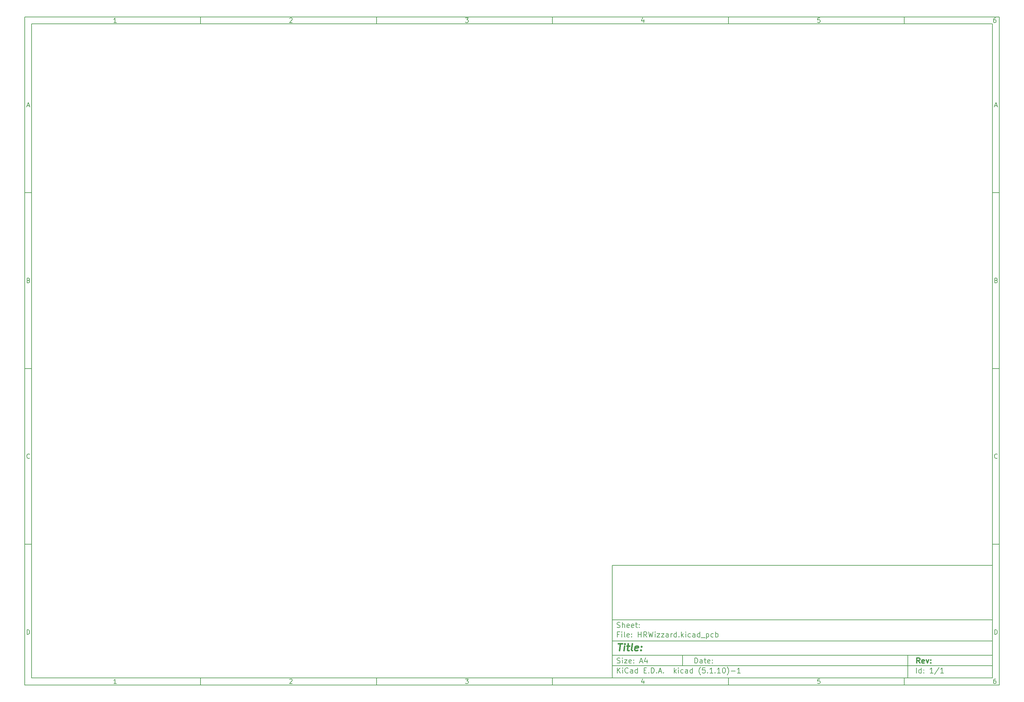
<source format=gbr>
%TF.GenerationSoftware,KiCad,Pcbnew,(5.1.10)-1*%
%TF.CreationDate,2021-11-12T12:38:22+01:00*%
%TF.ProjectId,HRWizzard,48525769-7a7a-4617-9264-2e6b69636164,rev?*%
%TF.SameCoordinates,Original*%
%TF.FileFunction,Legend,Bot*%
%TF.FilePolarity,Positive*%
%FSLAX46Y46*%
G04 Gerber Fmt 4.6, Leading zero omitted, Abs format (unit mm)*
G04 Created by KiCad (PCBNEW (5.1.10)-1) date 2021-11-12 12:38:22*
%MOMM*%
%LPD*%
G01*
G04 APERTURE LIST*
%ADD10C,0.100000*%
%ADD11C,0.150000*%
%ADD12C,0.300000*%
%ADD13C,0.400000*%
G04 APERTURE END LIST*
D10*
D11*
X177002200Y-166007200D02*
X177002200Y-198007200D01*
X285002200Y-198007200D01*
X285002200Y-166007200D01*
X177002200Y-166007200D01*
D10*
D11*
X10000000Y-10000000D02*
X10000000Y-200007200D01*
X287002200Y-200007200D01*
X287002200Y-10000000D01*
X10000000Y-10000000D01*
D10*
D11*
X12000000Y-12000000D02*
X12000000Y-198007200D01*
X285002200Y-198007200D01*
X285002200Y-12000000D01*
X12000000Y-12000000D01*
D10*
D11*
X60000000Y-12000000D02*
X60000000Y-10000000D01*
D10*
D11*
X110000000Y-12000000D02*
X110000000Y-10000000D01*
D10*
D11*
X160000000Y-12000000D02*
X160000000Y-10000000D01*
D10*
D11*
X210000000Y-12000000D02*
X210000000Y-10000000D01*
D10*
D11*
X260000000Y-12000000D02*
X260000000Y-10000000D01*
D10*
D11*
X36065476Y-11588095D02*
X35322619Y-11588095D01*
X35694047Y-11588095D02*
X35694047Y-10288095D01*
X35570238Y-10473809D01*
X35446428Y-10597619D01*
X35322619Y-10659523D01*
D10*
D11*
X85322619Y-10411904D02*
X85384523Y-10350000D01*
X85508333Y-10288095D01*
X85817857Y-10288095D01*
X85941666Y-10350000D01*
X86003571Y-10411904D01*
X86065476Y-10535714D01*
X86065476Y-10659523D01*
X86003571Y-10845238D01*
X85260714Y-11588095D01*
X86065476Y-11588095D01*
D10*
D11*
X135260714Y-10288095D02*
X136065476Y-10288095D01*
X135632142Y-10783333D01*
X135817857Y-10783333D01*
X135941666Y-10845238D01*
X136003571Y-10907142D01*
X136065476Y-11030952D01*
X136065476Y-11340476D01*
X136003571Y-11464285D01*
X135941666Y-11526190D01*
X135817857Y-11588095D01*
X135446428Y-11588095D01*
X135322619Y-11526190D01*
X135260714Y-11464285D01*
D10*
D11*
X185941666Y-10721428D02*
X185941666Y-11588095D01*
X185632142Y-10226190D02*
X185322619Y-11154761D01*
X186127380Y-11154761D01*
D10*
D11*
X236003571Y-10288095D02*
X235384523Y-10288095D01*
X235322619Y-10907142D01*
X235384523Y-10845238D01*
X235508333Y-10783333D01*
X235817857Y-10783333D01*
X235941666Y-10845238D01*
X236003571Y-10907142D01*
X236065476Y-11030952D01*
X236065476Y-11340476D01*
X236003571Y-11464285D01*
X235941666Y-11526190D01*
X235817857Y-11588095D01*
X235508333Y-11588095D01*
X235384523Y-11526190D01*
X235322619Y-11464285D01*
D10*
D11*
X285941666Y-10288095D02*
X285694047Y-10288095D01*
X285570238Y-10350000D01*
X285508333Y-10411904D01*
X285384523Y-10597619D01*
X285322619Y-10845238D01*
X285322619Y-11340476D01*
X285384523Y-11464285D01*
X285446428Y-11526190D01*
X285570238Y-11588095D01*
X285817857Y-11588095D01*
X285941666Y-11526190D01*
X286003571Y-11464285D01*
X286065476Y-11340476D01*
X286065476Y-11030952D01*
X286003571Y-10907142D01*
X285941666Y-10845238D01*
X285817857Y-10783333D01*
X285570238Y-10783333D01*
X285446428Y-10845238D01*
X285384523Y-10907142D01*
X285322619Y-11030952D01*
D10*
D11*
X60000000Y-198007200D02*
X60000000Y-200007200D01*
D10*
D11*
X110000000Y-198007200D02*
X110000000Y-200007200D01*
D10*
D11*
X160000000Y-198007200D02*
X160000000Y-200007200D01*
D10*
D11*
X210000000Y-198007200D02*
X210000000Y-200007200D01*
D10*
D11*
X260000000Y-198007200D02*
X260000000Y-200007200D01*
D10*
D11*
X36065476Y-199595295D02*
X35322619Y-199595295D01*
X35694047Y-199595295D02*
X35694047Y-198295295D01*
X35570238Y-198481009D01*
X35446428Y-198604819D01*
X35322619Y-198666723D01*
D10*
D11*
X85322619Y-198419104D02*
X85384523Y-198357200D01*
X85508333Y-198295295D01*
X85817857Y-198295295D01*
X85941666Y-198357200D01*
X86003571Y-198419104D01*
X86065476Y-198542914D01*
X86065476Y-198666723D01*
X86003571Y-198852438D01*
X85260714Y-199595295D01*
X86065476Y-199595295D01*
D10*
D11*
X135260714Y-198295295D02*
X136065476Y-198295295D01*
X135632142Y-198790533D01*
X135817857Y-198790533D01*
X135941666Y-198852438D01*
X136003571Y-198914342D01*
X136065476Y-199038152D01*
X136065476Y-199347676D01*
X136003571Y-199471485D01*
X135941666Y-199533390D01*
X135817857Y-199595295D01*
X135446428Y-199595295D01*
X135322619Y-199533390D01*
X135260714Y-199471485D01*
D10*
D11*
X185941666Y-198728628D02*
X185941666Y-199595295D01*
X185632142Y-198233390D02*
X185322619Y-199161961D01*
X186127380Y-199161961D01*
D10*
D11*
X236003571Y-198295295D02*
X235384523Y-198295295D01*
X235322619Y-198914342D01*
X235384523Y-198852438D01*
X235508333Y-198790533D01*
X235817857Y-198790533D01*
X235941666Y-198852438D01*
X236003571Y-198914342D01*
X236065476Y-199038152D01*
X236065476Y-199347676D01*
X236003571Y-199471485D01*
X235941666Y-199533390D01*
X235817857Y-199595295D01*
X235508333Y-199595295D01*
X235384523Y-199533390D01*
X235322619Y-199471485D01*
D10*
D11*
X285941666Y-198295295D02*
X285694047Y-198295295D01*
X285570238Y-198357200D01*
X285508333Y-198419104D01*
X285384523Y-198604819D01*
X285322619Y-198852438D01*
X285322619Y-199347676D01*
X285384523Y-199471485D01*
X285446428Y-199533390D01*
X285570238Y-199595295D01*
X285817857Y-199595295D01*
X285941666Y-199533390D01*
X286003571Y-199471485D01*
X286065476Y-199347676D01*
X286065476Y-199038152D01*
X286003571Y-198914342D01*
X285941666Y-198852438D01*
X285817857Y-198790533D01*
X285570238Y-198790533D01*
X285446428Y-198852438D01*
X285384523Y-198914342D01*
X285322619Y-199038152D01*
D10*
D11*
X10000000Y-60000000D02*
X12000000Y-60000000D01*
D10*
D11*
X10000000Y-110000000D02*
X12000000Y-110000000D01*
D10*
D11*
X10000000Y-160000000D02*
X12000000Y-160000000D01*
D10*
D11*
X10690476Y-35216666D02*
X11309523Y-35216666D01*
X10566666Y-35588095D02*
X11000000Y-34288095D01*
X11433333Y-35588095D01*
D10*
D11*
X11092857Y-84907142D02*
X11278571Y-84969047D01*
X11340476Y-85030952D01*
X11402380Y-85154761D01*
X11402380Y-85340476D01*
X11340476Y-85464285D01*
X11278571Y-85526190D01*
X11154761Y-85588095D01*
X10659523Y-85588095D01*
X10659523Y-84288095D01*
X11092857Y-84288095D01*
X11216666Y-84350000D01*
X11278571Y-84411904D01*
X11340476Y-84535714D01*
X11340476Y-84659523D01*
X11278571Y-84783333D01*
X11216666Y-84845238D01*
X11092857Y-84907142D01*
X10659523Y-84907142D01*
D10*
D11*
X11402380Y-135464285D02*
X11340476Y-135526190D01*
X11154761Y-135588095D01*
X11030952Y-135588095D01*
X10845238Y-135526190D01*
X10721428Y-135402380D01*
X10659523Y-135278571D01*
X10597619Y-135030952D01*
X10597619Y-134845238D01*
X10659523Y-134597619D01*
X10721428Y-134473809D01*
X10845238Y-134350000D01*
X11030952Y-134288095D01*
X11154761Y-134288095D01*
X11340476Y-134350000D01*
X11402380Y-134411904D01*
D10*
D11*
X10659523Y-185588095D02*
X10659523Y-184288095D01*
X10969047Y-184288095D01*
X11154761Y-184350000D01*
X11278571Y-184473809D01*
X11340476Y-184597619D01*
X11402380Y-184845238D01*
X11402380Y-185030952D01*
X11340476Y-185278571D01*
X11278571Y-185402380D01*
X11154761Y-185526190D01*
X10969047Y-185588095D01*
X10659523Y-185588095D01*
D10*
D11*
X287002200Y-60000000D02*
X285002200Y-60000000D01*
D10*
D11*
X287002200Y-110000000D02*
X285002200Y-110000000D01*
D10*
D11*
X287002200Y-160000000D02*
X285002200Y-160000000D01*
D10*
D11*
X285692676Y-35216666D02*
X286311723Y-35216666D01*
X285568866Y-35588095D02*
X286002200Y-34288095D01*
X286435533Y-35588095D01*
D10*
D11*
X286095057Y-84907142D02*
X286280771Y-84969047D01*
X286342676Y-85030952D01*
X286404580Y-85154761D01*
X286404580Y-85340476D01*
X286342676Y-85464285D01*
X286280771Y-85526190D01*
X286156961Y-85588095D01*
X285661723Y-85588095D01*
X285661723Y-84288095D01*
X286095057Y-84288095D01*
X286218866Y-84350000D01*
X286280771Y-84411904D01*
X286342676Y-84535714D01*
X286342676Y-84659523D01*
X286280771Y-84783333D01*
X286218866Y-84845238D01*
X286095057Y-84907142D01*
X285661723Y-84907142D01*
D10*
D11*
X286404580Y-135464285D02*
X286342676Y-135526190D01*
X286156961Y-135588095D01*
X286033152Y-135588095D01*
X285847438Y-135526190D01*
X285723628Y-135402380D01*
X285661723Y-135278571D01*
X285599819Y-135030952D01*
X285599819Y-134845238D01*
X285661723Y-134597619D01*
X285723628Y-134473809D01*
X285847438Y-134350000D01*
X286033152Y-134288095D01*
X286156961Y-134288095D01*
X286342676Y-134350000D01*
X286404580Y-134411904D01*
D10*
D11*
X285661723Y-185588095D02*
X285661723Y-184288095D01*
X285971247Y-184288095D01*
X286156961Y-184350000D01*
X286280771Y-184473809D01*
X286342676Y-184597619D01*
X286404580Y-184845238D01*
X286404580Y-185030952D01*
X286342676Y-185278571D01*
X286280771Y-185402380D01*
X286156961Y-185526190D01*
X285971247Y-185588095D01*
X285661723Y-185588095D01*
D10*
D11*
X200434342Y-193785771D02*
X200434342Y-192285771D01*
X200791485Y-192285771D01*
X201005771Y-192357200D01*
X201148628Y-192500057D01*
X201220057Y-192642914D01*
X201291485Y-192928628D01*
X201291485Y-193142914D01*
X201220057Y-193428628D01*
X201148628Y-193571485D01*
X201005771Y-193714342D01*
X200791485Y-193785771D01*
X200434342Y-193785771D01*
X202577200Y-193785771D02*
X202577200Y-193000057D01*
X202505771Y-192857200D01*
X202362914Y-192785771D01*
X202077200Y-192785771D01*
X201934342Y-192857200D01*
X202577200Y-193714342D02*
X202434342Y-193785771D01*
X202077200Y-193785771D01*
X201934342Y-193714342D01*
X201862914Y-193571485D01*
X201862914Y-193428628D01*
X201934342Y-193285771D01*
X202077200Y-193214342D01*
X202434342Y-193214342D01*
X202577200Y-193142914D01*
X203077200Y-192785771D02*
X203648628Y-192785771D01*
X203291485Y-192285771D02*
X203291485Y-193571485D01*
X203362914Y-193714342D01*
X203505771Y-193785771D01*
X203648628Y-193785771D01*
X204720057Y-193714342D02*
X204577200Y-193785771D01*
X204291485Y-193785771D01*
X204148628Y-193714342D01*
X204077200Y-193571485D01*
X204077200Y-193000057D01*
X204148628Y-192857200D01*
X204291485Y-192785771D01*
X204577200Y-192785771D01*
X204720057Y-192857200D01*
X204791485Y-193000057D01*
X204791485Y-193142914D01*
X204077200Y-193285771D01*
X205434342Y-193642914D02*
X205505771Y-193714342D01*
X205434342Y-193785771D01*
X205362914Y-193714342D01*
X205434342Y-193642914D01*
X205434342Y-193785771D01*
X205434342Y-192857200D02*
X205505771Y-192928628D01*
X205434342Y-193000057D01*
X205362914Y-192928628D01*
X205434342Y-192857200D01*
X205434342Y-193000057D01*
D10*
D11*
X177002200Y-194507200D02*
X285002200Y-194507200D01*
D10*
D11*
X178434342Y-196585771D02*
X178434342Y-195085771D01*
X179291485Y-196585771D02*
X178648628Y-195728628D01*
X179291485Y-195085771D02*
X178434342Y-195942914D01*
X179934342Y-196585771D02*
X179934342Y-195585771D01*
X179934342Y-195085771D02*
X179862914Y-195157200D01*
X179934342Y-195228628D01*
X180005771Y-195157200D01*
X179934342Y-195085771D01*
X179934342Y-195228628D01*
X181505771Y-196442914D02*
X181434342Y-196514342D01*
X181220057Y-196585771D01*
X181077200Y-196585771D01*
X180862914Y-196514342D01*
X180720057Y-196371485D01*
X180648628Y-196228628D01*
X180577200Y-195942914D01*
X180577200Y-195728628D01*
X180648628Y-195442914D01*
X180720057Y-195300057D01*
X180862914Y-195157200D01*
X181077200Y-195085771D01*
X181220057Y-195085771D01*
X181434342Y-195157200D01*
X181505771Y-195228628D01*
X182791485Y-196585771D02*
X182791485Y-195800057D01*
X182720057Y-195657200D01*
X182577200Y-195585771D01*
X182291485Y-195585771D01*
X182148628Y-195657200D01*
X182791485Y-196514342D02*
X182648628Y-196585771D01*
X182291485Y-196585771D01*
X182148628Y-196514342D01*
X182077200Y-196371485D01*
X182077200Y-196228628D01*
X182148628Y-196085771D01*
X182291485Y-196014342D01*
X182648628Y-196014342D01*
X182791485Y-195942914D01*
X184148628Y-196585771D02*
X184148628Y-195085771D01*
X184148628Y-196514342D02*
X184005771Y-196585771D01*
X183720057Y-196585771D01*
X183577200Y-196514342D01*
X183505771Y-196442914D01*
X183434342Y-196300057D01*
X183434342Y-195871485D01*
X183505771Y-195728628D01*
X183577200Y-195657200D01*
X183720057Y-195585771D01*
X184005771Y-195585771D01*
X184148628Y-195657200D01*
X186005771Y-195800057D02*
X186505771Y-195800057D01*
X186720057Y-196585771D02*
X186005771Y-196585771D01*
X186005771Y-195085771D01*
X186720057Y-195085771D01*
X187362914Y-196442914D02*
X187434342Y-196514342D01*
X187362914Y-196585771D01*
X187291485Y-196514342D01*
X187362914Y-196442914D01*
X187362914Y-196585771D01*
X188077200Y-196585771D02*
X188077200Y-195085771D01*
X188434342Y-195085771D01*
X188648628Y-195157200D01*
X188791485Y-195300057D01*
X188862914Y-195442914D01*
X188934342Y-195728628D01*
X188934342Y-195942914D01*
X188862914Y-196228628D01*
X188791485Y-196371485D01*
X188648628Y-196514342D01*
X188434342Y-196585771D01*
X188077200Y-196585771D01*
X189577200Y-196442914D02*
X189648628Y-196514342D01*
X189577200Y-196585771D01*
X189505771Y-196514342D01*
X189577200Y-196442914D01*
X189577200Y-196585771D01*
X190220057Y-196157200D02*
X190934342Y-196157200D01*
X190077200Y-196585771D02*
X190577200Y-195085771D01*
X191077200Y-196585771D01*
X191577200Y-196442914D02*
X191648628Y-196514342D01*
X191577200Y-196585771D01*
X191505771Y-196514342D01*
X191577200Y-196442914D01*
X191577200Y-196585771D01*
X194577200Y-196585771D02*
X194577200Y-195085771D01*
X194720057Y-196014342D02*
X195148628Y-196585771D01*
X195148628Y-195585771D02*
X194577200Y-196157200D01*
X195791485Y-196585771D02*
X195791485Y-195585771D01*
X195791485Y-195085771D02*
X195720057Y-195157200D01*
X195791485Y-195228628D01*
X195862914Y-195157200D01*
X195791485Y-195085771D01*
X195791485Y-195228628D01*
X197148628Y-196514342D02*
X197005771Y-196585771D01*
X196720057Y-196585771D01*
X196577200Y-196514342D01*
X196505771Y-196442914D01*
X196434342Y-196300057D01*
X196434342Y-195871485D01*
X196505771Y-195728628D01*
X196577200Y-195657200D01*
X196720057Y-195585771D01*
X197005771Y-195585771D01*
X197148628Y-195657200D01*
X198434342Y-196585771D02*
X198434342Y-195800057D01*
X198362914Y-195657200D01*
X198220057Y-195585771D01*
X197934342Y-195585771D01*
X197791485Y-195657200D01*
X198434342Y-196514342D02*
X198291485Y-196585771D01*
X197934342Y-196585771D01*
X197791485Y-196514342D01*
X197720057Y-196371485D01*
X197720057Y-196228628D01*
X197791485Y-196085771D01*
X197934342Y-196014342D01*
X198291485Y-196014342D01*
X198434342Y-195942914D01*
X199791485Y-196585771D02*
X199791485Y-195085771D01*
X199791485Y-196514342D02*
X199648628Y-196585771D01*
X199362914Y-196585771D01*
X199220057Y-196514342D01*
X199148628Y-196442914D01*
X199077200Y-196300057D01*
X199077200Y-195871485D01*
X199148628Y-195728628D01*
X199220057Y-195657200D01*
X199362914Y-195585771D01*
X199648628Y-195585771D01*
X199791485Y-195657200D01*
X202077200Y-197157200D02*
X202005771Y-197085771D01*
X201862914Y-196871485D01*
X201791485Y-196728628D01*
X201720057Y-196514342D01*
X201648628Y-196157200D01*
X201648628Y-195871485D01*
X201720057Y-195514342D01*
X201791485Y-195300057D01*
X201862914Y-195157200D01*
X202005771Y-194942914D01*
X202077200Y-194871485D01*
X203362914Y-195085771D02*
X202648628Y-195085771D01*
X202577200Y-195800057D01*
X202648628Y-195728628D01*
X202791485Y-195657200D01*
X203148628Y-195657200D01*
X203291485Y-195728628D01*
X203362914Y-195800057D01*
X203434342Y-195942914D01*
X203434342Y-196300057D01*
X203362914Y-196442914D01*
X203291485Y-196514342D01*
X203148628Y-196585771D01*
X202791485Y-196585771D01*
X202648628Y-196514342D01*
X202577200Y-196442914D01*
X204077200Y-196442914D02*
X204148628Y-196514342D01*
X204077200Y-196585771D01*
X204005771Y-196514342D01*
X204077200Y-196442914D01*
X204077200Y-196585771D01*
X205577200Y-196585771D02*
X204720057Y-196585771D01*
X205148628Y-196585771D02*
X205148628Y-195085771D01*
X205005771Y-195300057D01*
X204862914Y-195442914D01*
X204720057Y-195514342D01*
X206220057Y-196442914D02*
X206291485Y-196514342D01*
X206220057Y-196585771D01*
X206148628Y-196514342D01*
X206220057Y-196442914D01*
X206220057Y-196585771D01*
X207720057Y-196585771D02*
X206862914Y-196585771D01*
X207291485Y-196585771D02*
X207291485Y-195085771D01*
X207148628Y-195300057D01*
X207005771Y-195442914D01*
X206862914Y-195514342D01*
X208648628Y-195085771D02*
X208791485Y-195085771D01*
X208934342Y-195157200D01*
X209005771Y-195228628D01*
X209077200Y-195371485D01*
X209148628Y-195657200D01*
X209148628Y-196014342D01*
X209077200Y-196300057D01*
X209005771Y-196442914D01*
X208934342Y-196514342D01*
X208791485Y-196585771D01*
X208648628Y-196585771D01*
X208505771Y-196514342D01*
X208434342Y-196442914D01*
X208362914Y-196300057D01*
X208291485Y-196014342D01*
X208291485Y-195657200D01*
X208362914Y-195371485D01*
X208434342Y-195228628D01*
X208505771Y-195157200D01*
X208648628Y-195085771D01*
X209648628Y-197157200D02*
X209720057Y-197085771D01*
X209862914Y-196871485D01*
X209934342Y-196728628D01*
X210005771Y-196514342D01*
X210077200Y-196157200D01*
X210077200Y-195871485D01*
X210005771Y-195514342D01*
X209934342Y-195300057D01*
X209862914Y-195157200D01*
X209720057Y-194942914D01*
X209648628Y-194871485D01*
X210791485Y-196014342D02*
X211934342Y-196014342D01*
X213434342Y-196585771D02*
X212577200Y-196585771D01*
X213005771Y-196585771D02*
X213005771Y-195085771D01*
X212862914Y-195300057D01*
X212720057Y-195442914D01*
X212577200Y-195514342D01*
D10*
D11*
X177002200Y-191507200D02*
X285002200Y-191507200D01*
D10*
D12*
X264411485Y-193785771D02*
X263911485Y-193071485D01*
X263554342Y-193785771D02*
X263554342Y-192285771D01*
X264125771Y-192285771D01*
X264268628Y-192357200D01*
X264340057Y-192428628D01*
X264411485Y-192571485D01*
X264411485Y-192785771D01*
X264340057Y-192928628D01*
X264268628Y-193000057D01*
X264125771Y-193071485D01*
X263554342Y-193071485D01*
X265625771Y-193714342D02*
X265482914Y-193785771D01*
X265197200Y-193785771D01*
X265054342Y-193714342D01*
X264982914Y-193571485D01*
X264982914Y-193000057D01*
X265054342Y-192857200D01*
X265197200Y-192785771D01*
X265482914Y-192785771D01*
X265625771Y-192857200D01*
X265697200Y-193000057D01*
X265697200Y-193142914D01*
X264982914Y-193285771D01*
X266197200Y-192785771D02*
X266554342Y-193785771D01*
X266911485Y-192785771D01*
X267482914Y-193642914D02*
X267554342Y-193714342D01*
X267482914Y-193785771D01*
X267411485Y-193714342D01*
X267482914Y-193642914D01*
X267482914Y-193785771D01*
X267482914Y-192857200D02*
X267554342Y-192928628D01*
X267482914Y-193000057D01*
X267411485Y-192928628D01*
X267482914Y-192857200D01*
X267482914Y-193000057D01*
D10*
D11*
X178362914Y-193714342D02*
X178577200Y-193785771D01*
X178934342Y-193785771D01*
X179077200Y-193714342D01*
X179148628Y-193642914D01*
X179220057Y-193500057D01*
X179220057Y-193357200D01*
X179148628Y-193214342D01*
X179077200Y-193142914D01*
X178934342Y-193071485D01*
X178648628Y-193000057D01*
X178505771Y-192928628D01*
X178434342Y-192857200D01*
X178362914Y-192714342D01*
X178362914Y-192571485D01*
X178434342Y-192428628D01*
X178505771Y-192357200D01*
X178648628Y-192285771D01*
X179005771Y-192285771D01*
X179220057Y-192357200D01*
X179862914Y-193785771D02*
X179862914Y-192785771D01*
X179862914Y-192285771D02*
X179791485Y-192357200D01*
X179862914Y-192428628D01*
X179934342Y-192357200D01*
X179862914Y-192285771D01*
X179862914Y-192428628D01*
X180434342Y-192785771D02*
X181220057Y-192785771D01*
X180434342Y-193785771D01*
X181220057Y-193785771D01*
X182362914Y-193714342D02*
X182220057Y-193785771D01*
X181934342Y-193785771D01*
X181791485Y-193714342D01*
X181720057Y-193571485D01*
X181720057Y-193000057D01*
X181791485Y-192857200D01*
X181934342Y-192785771D01*
X182220057Y-192785771D01*
X182362914Y-192857200D01*
X182434342Y-193000057D01*
X182434342Y-193142914D01*
X181720057Y-193285771D01*
X183077200Y-193642914D02*
X183148628Y-193714342D01*
X183077200Y-193785771D01*
X183005771Y-193714342D01*
X183077200Y-193642914D01*
X183077200Y-193785771D01*
X183077200Y-192857200D02*
X183148628Y-192928628D01*
X183077200Y-193000057D01*
X183005771Y-192928628D01*
X183077200Y-192857200D01*
X183077200Y-193000057D01*
X184862914Y-193357200D02*
X185577200Y-193357200D01*
X184720057Y-193785771D02*
X185220057Y-192285771D01*
X185720057Y-193785771D01*
X186862914Y-192785771D02*
X186862914Y-193785771D01*
X186505771Y-192214342D02*
X186148628Y-193285771D01*
X187077200Y-193285771D01*
D10*
D11*
X263434342Y-196585771D02*
X263434342Y-195085771D01*
X264791485Y-196585771D02*
X264791485Y-195085771D01*
X264791485Y-196514342D02*
X264648628Y-196585771D01*
X264362914Y-196585771D01*
X264220057Y-196514342D01*
X264148628Y-196442914D01*
X264077200Y-196300057D01*
X264077200Y-195871485D01*
X264148628Y-195728628D01*
X264220057Y-195657200D01*
X264362914Y-195585771D01*
X264648628Y-195585771D01*
X264791485Y-195657200D01*
X265505771Y-196442914D02*
X265577200Y-196514342D01*
X265505771Y-196585771D01*
X265434342Y-196514342D01*
X265505771Y-196442914D01*
X265505771Y-196585771D01*
X265505771Y-195657200D02*
X265577200Y-195728628D01*
X265505771Y-195800057D01*
X265434342Y-195728628D01*
X265505771Y-195657200D01*
X265505771Y-195800057D01*
X268148628Y-196585771D02*
X267291485Y-196585771D01*
X267720057Y-196585771D02*
X267720057Y-195085771D01*
X267577200Y-195300057D01*
X267434342Y-195442914D01*
X267291485Y-195514342D01*
X269862914Y-195014342D02*
X268577200Y-196942914D01*
X271148628Y-196585771D02*
X270291485Y-196585771D01*
X270720057Y-196585771D02*
X270720057Y-195085771D01*
X270577200Y-195300057D01*
X270434342Y-195442914D01*
X270291485Y-195514342D01*
D10*
D11*
X177002200Y-187507200D02*
X285002200Y-187507200D01*
D10*
D13*
X178714580Y-188211961D02*
X179857438Y-188211961D01*
X179036009Y-190211961D02*
X179286009Y-188211961D01*
X180274104Y-190211961D02*
X180440771Y-188878628D01*
X180524104Y-188211961D02*
X180416961Y-188307200D01*
X180500295Y-188402438D01*
X180607438Y-188307200D01*
X180524104Y-188211961D01*
X180500295Y-188402438D01*
X181107438Y-188878628D02*
X181869342Y-188878628D01*
X181476485Y-188211961D02*
X181262200Y-189926247D01*
X181333628Y-190116723D01*
X181512200Y-190211961D01*
X181702676Y-190211961D01*
X182655057Y-190211961D02*
X182476485Y-190116723D01*
X182405057Y-189926247D01*
X182619342Y-188211961D01*
X184190771Y-190116723D02*
X183988390Y-190211961D01*
X183607438Y-190211961D01*
X183428866Y-190116723D01*
X183357438Y-189926247D01*
X183452676Y-189164342D01*
X183571723Y-188973866D01*
X183774104Y-188878628D01*
X184155057Y-188878628D01*
X184333628Y-188973866D01*
X184405057Y-189164342D01*
X184381247Y-189354819D01*
X183405057Y-189545295D01*
X185155057Y-190021485D02*
X185238390Y-190116723D01*
X185131247Y-190211961D01*
X185047914Y-190116723D01*
X185155057Y-190021485D01*
X185131247Y-190211961D01*
X185286009Y-188973866D02*
X185369342Y-189069104D01*
X185262200Y-189164342D01*
X185178866Y-189069104D01*
X185286009Y-188973866D01*
X185262200Y-189164342D01*
D10*
D11*
X178934342Y-185600057D02*
X178434342Y-185600057D01*
X178434342Y-186385771D02*
X178434342Y-184885771D01*
X179148628Y-184885771D01*
X179720057Y-186385771D02*
X179720057Y-185385771D01*
X179720057Y-184885771D02*
X179648628Y-184957200D01*
X179720057Y-185028628D01*
X179791485Y-184957200D01*
X179720057Y-184885771D01*
X179720057Y-185028628D01*
X180648628Y-186385771D02*
X180505771Y-186314342D01*
X180434342Y-186171485D01*
X180434342Y-184885771D01*
X181791485Y-186314342D02*
X181648628Y-186385771D01*
X181362914Y-186385771D01*
X181220057Y-186314342D01*
X181148628Y-186171485D01*
X181148628Y-185600057D01*
X181220057Y-185457200D01*
X181362914Y-185385771D01*
X181648628Y-185385771D01*
X181791485Y-185457200D01*
X181862914Y-185600057D01*
X181862914Y-185742914D01*
X181148628Y-185885771D01*
X182505771Y-186242914D02*
X182577200Y-186314342D01*
X182505771Y-186385771D01*
X182434342Y-186314342D01*
X182505771Y-186242914D01*
X182505771Y-186385771D01*
X182505771Y-185457200D02*
X182577200Y-185528628D01*
X182505771Y-185600057D01*
X182434342Y-185528628D01*
X182505771Y-185457200D01*
X182505771Y-185600057D01*
X184362914Y-186385771D02*
X184362914Y-184885771D01*
X184362914Y-185600057D02*
X185220057Y-185600057D01*
X185220057Y-186385771D02*
X185220057Y-184885771D01*
X186791485Y-186385771D02*
X186291485Y-185671485D01*
X185934342Y-186385771D02*
X185934342Y-184885771D01*
X186505771Y-184885771D01*
X186648628Y-184957200D01*
X186720057Y-185028628D01*
X186791485Y-185171485D01*
X186791485Y-185385771D01*
X186720057Y-185528628D01*
X186648628Y-185600057D01*
X186505771Y-185671485D01*
X185934342Y-185671485D01*
X187291485Y-184885771D02*
X187648628Y-186385771D01*
X187934342Y-185314342D01*
X188220057Y-186385771D01*
X188577200Y-184885771D01*
X189148628Y-186385771D02*
X189148628Y-185385771D01*
X189148628Y-184885771D02*
X189077200Y-184957200D01*
X189148628Y-185028628D01*
X189220057Y-184957200D01*
X189148628Y-184885771D01*
X189148628Y-185028628D01*
X189720057Y-185385771D02*
X190505771Y-185385771D01*
X189720057Y-186385771D01*
X190505771Y-186385771D01*
X190934342Y-185385771D02*
X191720057Y-185385771D01*
X190934342Y-186385771D01*
X191720057Y-186385771D01*
X192934342Y-186385771D02*
X192934342Y-185600057D01*
X192862914Y-185457200D01*
X192720057Y-185385771D01*
X192434342Y-185385771D01*
X192291485Y-185457200D01*
X192934342Y-186314342D02*
X192791485Y-186385771D01*
X192434342Y-186385771D01*
X192291485Y-186314342D01*
X192220057Y-186171485D01*
X192220057Y-186028628D01*
X192291485Y-185885771D01*
X192434342Y-185814342D01*
X192791485Y-185814342D01*
X192934342Y-185742914D01*
X193648628Y-186385771D02*
X193648628Y-185385771D01*
X193648628Y-185671485D02*
X193720057Y-185528628D01*
X193791485Y-185457200D01*
X193934342Y-185385771D01*
X194077200Y-185385771D01*
X195220057Y-186385771D02*
X195220057Y-184885771D01*
X195220057Y-186314342D02*
X195077200Y-186385771D01*
X194791485Y-186385771D01*
X194648628Y-186314342D01*
X194577200Y-186242914D01*
X194505771Y-186100057D01*
X194505771Y-185671485D01*
X194577200Y-185528628D01*
X194648628Y-185457200D01*
X194791485Y-185385771D01*
X195077200Y-185385771D01*
X195220057Y-185457200D01*
X195934342Y-186242914D02*
X196005771Y-186314342D01*
X195934342Y-186385771D01*
X195862914Y-186314342D01*
X195934342Y-186242914D01*
X195934342Y-186385771D01*
X196648628Y-186385771D02*
X196648628Y-184885771D01*
X196791485Y-185814342D02*
X197220057Y-186385771D01*
X197220057Y-185385771D02*
X196648628Y-185957200D01*
X197862914Y-186385771D02*
X197862914Y-185385771D01*
X197862914Y-184885771D02*
X197791485Y-184957200D01*
X197862914Y-185028628D01*
X197934342Y-184957200D01*
X197862914Y-184885771D01*
X197862914Y-185028628D01*
X199220057Y-186314342D02*
X199077200Y-186385771D01*
X198791485Y-186385771D01*
X198648628Y-186314342D01*
X198577200Y-186242914D01*
X198505771Y-186100057D01*
X198505771Y-185671485D01*
X198577200Y-185528628D01*
X198648628Y-185457200D01*
X198791485Y-185385771D01*
X199077200Y-185385771D01*
X199220057Y-185457200D01*
X200505771Y-186385771D02*
X200505771Y-185600057D01*
X200434342Y-185457200D01*
X200291485Y-185385771D01*
X200005771Y-185385771D01*
X199862914Y-185457200D01*
X200505771Y-186314342D02*
X200362914Y-186385771D01*
X200005771Y-186385771D01*
X199862914Y-186314342D01*
X199791485Y-186171485D01*
X199791485Y-186028628D01*
X199862914Y-185885771D01*
X200005771Y-185814342D01*
X200362914Y-185814342D01*
X200505771Y-185742914D01*
X201862914Y-186385771D02*
X201862914Y-184885771D01*
X201862914Y-186314342D02*
X201720057Y-186385771D01*
X201434342Y-186385771D01*
X201291485Y-186314342D01*
X201220057Y-186242914D01*
X201148628Y-186100057D01*
X201148628Y-185671485D01*
X201220057Y-185528628D01*
X201291485Y-185457200D01*
X201434342Y-185385771D01*
X201720057Y-185385771D01*
X201862914Y-185457200D01*
X202220057Y-186528628D02*
X203362914Y-186528628D01*
X203720057Y-185385771D02*
X203720057Y-186885771D01*
X203720057Y-185457200D02*
X203862914Y-185385771D01*
X204148628Y-185385771D01*
X204291485Y-185457200D01*
X204362914Y-185528628D01*
X204434342Y-185671485D01*
X204434342Y-186100057D01*
X204362914Y-186242914D01*
X204291485Y-186314342D01*
X204148628Y-186385771D01*
X203862914Y-186385771D01*
X203720057Y-186314342D01*
X205720057Y-186314342D02*
X205577200Y-186385771D01*
X205291485Y-186385771D01*
X205148628Y-186314342D01*
X205077200Y-186242914D01*
X205005771Y-186100057D01*
X205005771Y-185671485D01*
X205077200Y-185528628D01*
X205148628Y-185457200D01*
X205291485Y-185385771D01*
X205577200Y-185385771D01*
X205720057Y-185457200D01*
X206362914Y-186385771D02*
X206362914Y-184885771D01*
X206362914Y-185457200D02*
X206505771Y-185385771D01*
X206791485Y-185385771D01*
X206934342Y-185457200D01*
X207005771Y-185528628D01*
X207077200Y-185671485D01*
X207077200Y-186100057D01*
X207005771Y-186242914D01*
X206934342Y-186314342D01*
X206791485Y-186385771D01*
X206505771Y-186385771D01*
X206362914Y-186314342D01*
D10*
D11*
X177002200Y-181507200D02*
X285002200Y-181507200D01*
D10*
D11*
X178362914Y-183614342D02*
X178577200Y-183685771D01*
X178934342Y-183685771D01*
X179077200Y-183614342D01*
X179148628Y-183542914D01*
X179220057Y-183400057D01*
X179220057Y-183257200D01*
X179148628Y-183114342D01*
X179077200Y-183042914D01*
X178934342Y-182971485D01*
X178648628Y-182900057D01*
X178505771Y-182828628D01*
X178434342Y-182757200D01*
X178362914Y-182614342D01*
X178362914Y-182471485D01*
X178434342Y-182328628D01*
X178505771Y-182257200D01*
X178648628Y-182185771D01*
X179005771Y-182185771D01*
X179220057Y-182257200D01*
X179862914Y-183685771D02*
X179862914Y-182185771D01*
X180505771Y-183685771D02*
X180505771Y-182900057D01*
X180434342Y-182757200D01*
X180291485Y-182685771D01*
X180077200Y-182685771D01*
X179934342Y-182757200D01*
X179862914Y-182828628D01*
X181791485Y-183614342D02*
X181648628Y-183685771D01*
X181362914Y-183685771D01*
X181220057Y-183614342D01*
X181148628Y-183471485D01*
X181148628Y-182900057D01*
X181220057Y-182757200D01*
X181362914Y-182685771D01*
X181648628Y-182685771D01*
X181791485Y-182757200D01*
X181862914Y-182900057D01*
X181862914Y-183042914D01*
X181148628Y-183185771D01*
X183077200Y-183614342D02*
X182934342Y-183685771D01*
X182648628Y-183685771D01*
X182505771Y-183614342D01*
X182434342Y-183471485D01*
X182434342Y-182900057D01*
X182505771Y-182757200D01*
X182648628Y-182685771D01*
X182934342Y-182685771D01*
X183077200Y-182757200D01*
X183148628Y-182900057D01*
X183148628Y-183042914D01*
X182434342Y-183185771D01*
X183577200Y-182685771D02*
X184148628Y-182685771D01*
X183791485Y-182185771D02*
X183791485Y-183471485D01*
X183862914Y-183614342D01*
X184005771Y-183685771D01*
X184148628Y-183685771D01*
X184648628Y-183542914D02*
X184720057Y-183614342D01*
X184648628Y-183685771D01*
X184577200Y-183614342D01*
X184648628Y-183542914D01*
X184648628Y-183685771D01*
X184648628Y-182757200D02*
X184720057Y-182828628D01*
X184648628Y-182900057D01*
X184577200Y-182828628D01*
X184648628Y-182757200D01*
X184648628Y-182900057D01*
D10*
D11*
X197002200Y-191507200D02*
X197002200Y-194507200D01*
D10*
D11*
X261002200Y-191507200D02*
X261002200Y-198007200D01*
M02*

</source>
